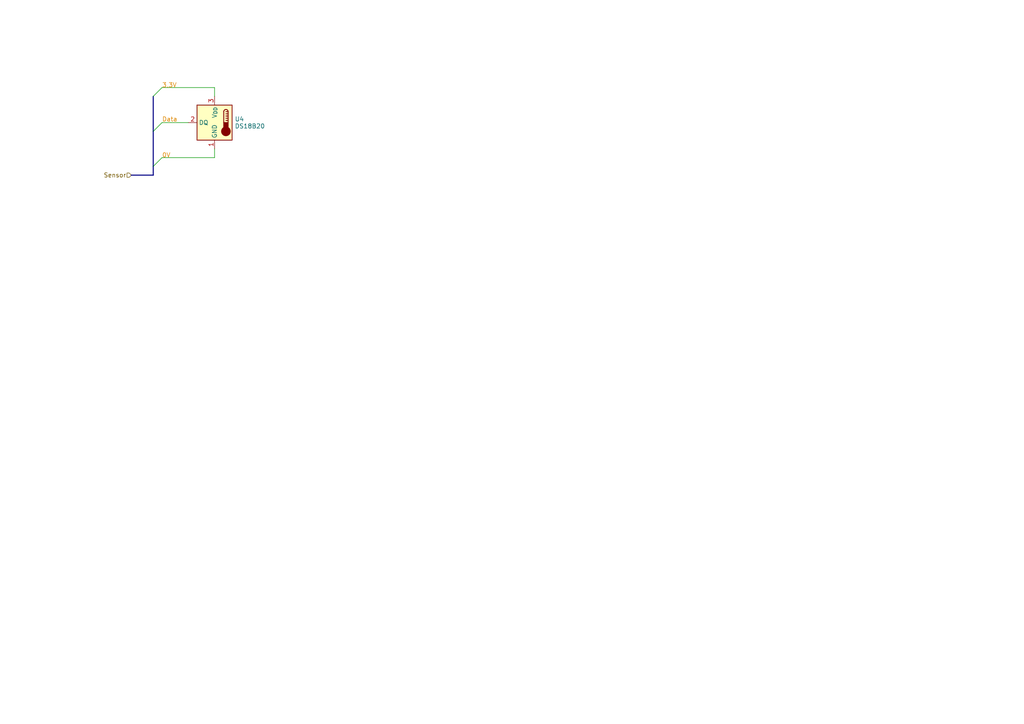
<source format=kicad_sch>
(kicad_sch (version 20231120) (generator "eeschema") (generator_version "8.0")
  (paper "A4")
  (lib_symbols
    (symbol "Sensor_Temperature:DS18B20"
      (property "Reference" "U" (at -3.81 6.35 0))
      (property "Value" "DS18B20" (at 6.35 6.35 0))
      (symbol "DS18B20_0_1"
        (rectangle (start -5.08 5.08) (end 5.08 -5.08) (stroke (width 0.254)) (fill (type background)))
        (circle (center -3.302 -2.54) (radius 1.27) (stroke (width 0.254)) (fill (type outline)))
        (rectangle (start -2.667 -1.905) (end -3.937 0) (stroke (width 0.254)) (fill (type outline)))
        (arc (start -2.667 3.175) (mid -3.302 3.8073) (end -3.937 3.175) (stroke (width 0.254)))
        (polyline (pts (xy -3.937 0.635) (xy -3.302 0.635)) (stroke (width 0.254)))
        (polyline (pts (xy -3.937 1.27) (xy -3.302 1.27)) (stroke (width 0.254)))
        (polyline (pts (xy -3.937 1.905) (xy -3.302 1.905)) (stroke (width 0.254)))
        (polyline (pts (xy -3.937 2.54) (xy -3.302 2.54)) (stroke (width 0.254)))
        (polyline (pts (xy -3.937 3.175) (xy -3.937 0)) (stroke (width 0.254)))
        (polyline (pts (xy -3.937 3.175) (xy -3.302 3.175)) (stroke (width 0.254)))
        (polyline (pts (xy -2.667 3.175) (xy -2.667 0)) (stroke (width 0.254)))
      )
      (symbol "DS18B20_1_1"
        (pin power_in line (at 0 -7.62 90) (length 2.54) (name "GND") (number "1"))
        (pin bidirectional line (at 7.62 0 180) (length 2.54) (name "DQ") (number "2"))
        (pin power_in line (at 0 7.62 270) (length 2.54) (name "V_{DD}") (number "3"))
      )
    )
  )
  (bus_entry (at 44.45 48.26) (size 2.54 -2.54))
  (bus_entry (at 44.45 38.1) (size 2.54 -2.54))
  (bus_entry (at 44.45 27.94) (size 2.54 -2.54))
  (wire (pts (xy 46.99 45.72) (xy 62.23 45.72)))
  (bus (pts (xy 44.45 27.94) (xy 44.45 38.1)))
  (wire (pts (xy 46.99 35.56) (xy 54.61 35.56)))
  (bus (pts (xy 44.45 38.1) (xy 44.45 48.26)))
  (bus (pts (xy 44.45 48.26) (xy 44.45 50.8)))
  (wire (pts (xy 62.23 43.18) (xy 62.23 45.72)))
  (bus (pts (xy 38.1 50.8) (xy 44.45 50.8)))
  (wire (pts (xy 62.23 25.4) (xy 62.23 27.94)))
  (wire (pts (xy 46.99 25.4) (xy 62.23 25.4)))
  (text "3,3V" (at 46.99 24.892 0) (effects (font (size 1.27 1.27)) (justify left)))
  (text "0V" (at 46.99 45.212 0) (effects (font (size 1.27 1.27)) (justify left)))
  (text "Data" (at 46.99 34.798 0) (effects (font (size 1.27 1.27)) (justify left)))
  (hierarchical_label "Sensor" (shape input) (at 38.1 50.8 180))
  (symbol (lib_id "Sensor_Temperature:DS18B20") (at 62.23 35.56 0) (mirror y) (unit 1) (on_board no)
    (property "Reference" "U4" (at 68.0719 34.536 0) (effects (justify right)))
    (property "Value" "DS18B20" (at 68.0719 36.584 0) (effects (justify right)))
    (property "Datasheet" "http://datasheets.maximintegrated.com/en/ds/DS18B20.pdf" (effects (hide yes)))
    (instances (project "POE ESP32 with 4 fans" (path "" (reference "U4") (unit 1)) (path "" (reference "U2") (unit 1)) (path "" (reference "U3") (unit 1)) (path "" (reference "U5") (unit 1)) (path "" (reference "U1") (unit 1)) (path "" (reference "U6") (unit 1))))
  )
)
</source>
